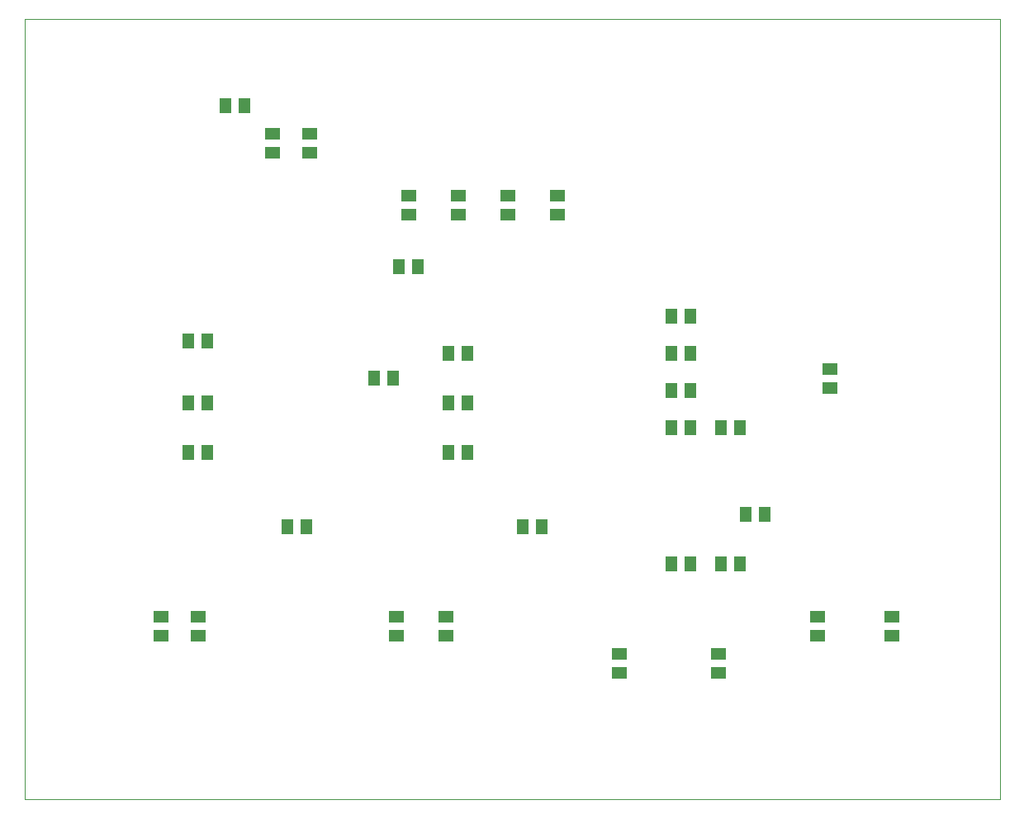
<source format=gbp>
G75*
%MOIN*%
%OFA0B0*%
%FSLAX25Y25*%
%IPPOS*%
%LPD*%
%AMOC8*
5,1,8,0,0,1.08239X$1,22.5*
%
%ADD10C,0.00000*%
%ADD11R,0.05118X0.05906*%
%ADD12R,0.05906X0.05118*%
D10*
X0001800Y0001800D02*
X0001800Y0316761D01*
X0395501Y0316761D01*
X0395501Y0001800D01*
X0001800Y0001800D01*
D11*
X0108060Y0111800D03*
X0115540Y0111800D03*
X0075540Y0141800D03*
X0068060Y0141800D03*
X0068060Y0161800D03*
X0075540Y0161800D03*
X0075540Y0186800D03*
X0068060Y0186800D03*
X0143060Y0171800D03*
X0150540Y0171800D03*
X0173060Y0161800D03*
X0180540Y0161800D03*
X0180540Y0141800D03*
X0173060Y0141800D03*
X0203060Y0111800D03*
X0210540Y0111800D03*
X0263060Y0096800D03*
X0270540Y0096800D03*
X0283060Y0096800D03*
X0290540Y0096800D03*
X0293060Y0116800D03*
X0300540Y0116800D03*
X0290540Y0151800D03*
X0283060Y0151800D03*
X0270540Y0151800D03*
X0263060Y0151800D03*
X0263060Y0166800D03*
X0270540Y0166800D03*
X0270540Y0181800D03*
X0263060Y0181800D03*
X0263060Y0196800D03*
X0270540Y0196800D03*
X0180540Y0181800D03*
X0173060Y0181800D03*
X0160540Y0216800D03*
X0153060Y0216800D03*
X0090540Y0281800D03*
X0083060Y0281800D03*
D12*
X0101800Y0270540D03*
X0101800Y0263060D03*
X0116800Y0263060D03*
X0116800Y0270540D03*
X0156800Y0245540D03*
X0156800Y0238060D03*
X0176800Y0238060D03*
X0176800Y0245540D03*
X0196800Y0245540D03*
X0196800Y0238060D03*
X0216800Y0238060D03*
X0216800Y0245540D03*
X0326800Y0175540D03*
X0326800Y0168060D03*
X0321800Y0075540D03*
X0321800Y0068060D03*
X0351800Y0068060D03*
X0351800Y0075540D03*
X0281800Y0060540D03*
X0281800Y0053060D03*
X0241800Y0053060D03*
X0241800Y0060540D03*
X0171800Y0068060D03*
X0171800Y0075540D03*
X0151800Y0075540D03*
X0151800Y0068060D03*
X0071800Y0068060D03*
X0071800Y0075540D03*
X0056800Y0075540D03*
X0056800Y0068060D03*
M02*

</source>
